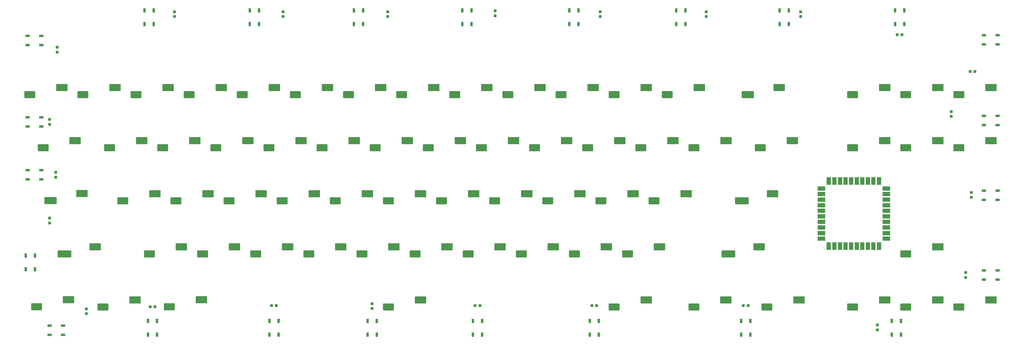
<source format=gbp>
G04 #@! TF.GenerationSoftware,KiCad,Pcbnew,9.0.0*
G04 #@! TF.CreationDate,2025-03-06T12:34:28+00:00*
G04 #@! TF.ProjectId,discipline-pcb,64697363-6970-46c6-996e-652d7063622e,rev?*
G04 #@! TF.SameCoordinates,Original*
G04 #@! TF.FileFunction,Paste,Bot*
G04 #@! TF.FilePolarity,Positive*
%FSLAX46Y46*%
G04 Gerber Fmt 4.6, Leading zero omitted, Abs format (unit mm)*
G04 Created by KiCad (PCBNEW 9.0.0) date 2025-03-06 12:34:28*
%MOMM*%
%LPD*%
G01*
G04 APERTURE LIST*
G04 Aperture macros list*
%AMRoundRect*
0 Rectangle with rounded corners*
0 $1 Rounding radius*
0 $2 $3 $4 $5 $6 $7 $8 $9 X,Y pos of 4 corners*
0 Add a 4 corners polygon primitive as box body*
4,1,4,$2,$3,$4,$5,$6,$7,$8,$9,$2,$3,0*
0 Add four circle primitives for the rounded corners*
1,1,$1+$1,$2,$3*
1,1,$1+$1,$4,$5*
1,1,$1+$1,$6,$7*
1,1,$1+$1,$8,$9*
0 Add four rect primitives between the rounded corners*
20,1,$1+$1,$2,$3,$4,$5,0*
20,1,$1+$1,$4,$5,$6,$7,0*
20,1,$1+$1,$6,$7,$8,$9,0*
20,1,$1+$1,$8,$9,$2,$3,0*%
G04 Aperture macros list end*
%ADD10RoundRect,0.200000X1.730000X1.050000X-1.730000X1.050000X-1.730000X-1.050000X1.730000X-1.050000X0*%
%ADD11RoundRect,0.200000X1.858500X1.050000X-1.858500X1.050000X-1.858500X-1.050000X1.858500X-1.050000X0*%
%ADD12RoundRect,0.200000X1.980000X1.050000X-1.980000X1.050000X-1.980000X-1.050000X1.980000X-1.050000X0*%
%ADD13RoundRect,0.200000X2.230000X1.050000X-2.230000X1.050000X-2.230000X-1.050000X2.230000X-1.050000X0*%
%ADD14RoundRect,0.237500X0.237500X-0.300000X0.237500X0.300000X-0.237500X0.300000X-0.237500X-0.300000X0*%
%ADD15RoundRect,0.090000X0.360000X-0.660000X0.360000X0.660000X-0.360000X0.660000X-0.360000X-0.660000X0*%
%ADD16RoundRect,0.237500X0.300000X0.237500X-0.300000X0.237500X-0.300000X-0.237500X0.300000X-0.237500X0*%
%ADD17RoundRect,0.090000X-0.360000X0.660000X-0.360000X-0.660000X0.360000X-0.660000X0.360000X0.660000X0*%
%ADD18RoundRect,0.237500X-0.237500X0.300000X-0.237500X-0.300000X0.237500X-0.300000X0.237500X0.300000X0*%
%ADD19RoundRect,0.090000X0.660000X0.360000X-0.660000X0.360000X-0.660000X-0.360000X0.660000X-0.360000X0*%
%ADD20RoundRect,0.090000X-0.660000X-0.360000X0.660000X-0.360000X0.660000X0.360000X-0.660000X0.360000X0*%
%ADD21R,2.800000X1.500000*%
%ADD22R,1.500000X2.800000*%
G04 APERTURE END LIST*
D10*
X56911250Y-92233750D03*
D11*
X68399750Y-89693750D03*
D10*
X75961250Y-92233750D03*
D11*
X87449750Y-89693750D03*
D10*
X95011250Y-92233750D03*
D11*
X106499750Y-89693750D03*
D10*
X114061250Y-92233750D03*
D11*
X125549750Y-89693750D03*
D10*
X133111250Y-92233750D03*
D11*
X144599750Y-89693750D03*
D10*
X152161250Y-92233750D03*
D11*
X163649750Y-89693750D03*
D10*
X171211250Y-92233750D03*
D11*
X182699750Y-89693750D03*
D10*
X190261250Y-92233750D03*
D11*
X201749750Y-89693750D03*
D10*
X209311250Y-92233750D03*
D11*
X220799750Y-89693750D03*
D10*
X228361250Y-92233750D03*
D11*
X239849750Y-89693750D03*
D10*
X247411250Y-92233750D03*
D11*
X258899750Y-89693750D03*
D10*
X266461250Y-92233750D03*
D11*
X277949750Y-89693750D03*
D10*
X285511250Y-92233750D03*
D11*
X296999750Y-89693750D03*
D10*
X85486250Y-111283750D03*
D11*
X96974750Y-108743750D03*
D10*
X104536250Y-111283750D03*
D11*
X116024750Y-108743750D03*
D10*
X123586250Y-111283750D03*
D11*
X135074750Y-108743750D03*
D10*
X142636250Y-111283750D03*
D11*
X154124750Y-108743750D03*
D10*
X161686250Y-111283750D03*
D11*
X173174750Y-108743750D03*
D10*
X180736250Y-111283750D03*
D11*
X192224750Y-108743750D03*
D10*
X199786250Y-111283750D03*
D11*
X211274750Y-108743750D03*
D10*
X218836250Y-111283750D03*
D11*
X230324750Y-108743750D03*
D10*
X237886250Y-111283750D03*
D11*
X249374750Y-108743750D03*
D10*
X256936250Y-111283750D03*
D11*
X268424750Y-108743750D03*
D10*
X275986250Y-111283750D03*
D11*
X287474750Y-108743750D03*
D10*
X295036250Y-111283750D03*
D11*
X306524750Y-108743750D03*
D10*
X90248750Y-130333750D03*
D11*
X101737250Y-127793750D03*
D10*
X109298750Y-130333750D03*
D11*
X120787250Y-127793750D03*
D10*
X128348750Y-130333750D03*
D11*
X139837250Y-127793750D03*
D10*
X147398250Y-130333750D03*
D11*
X158886750Y-127793750D03*
D10*
X166448250Y-130333750D03*
D11*
X177936750Y-127793750D03*
D10*
X185498250Y-130333750D03*
D11*
X196986750Y-127793750D03*
D10*
X204548250Y-130333750D03*
D11*
X216036750Y-127793750D03*
D10*
X223598250Y-130333750D03*
D11*
X235086750Y-127793750D03*
D10*
X242648250Y-130333750D03*
D11*
X254136750Y-127793750D03*
D10*
X261698250Y-130333750D03*
D11*
X273186750Y-127793750D03*
D10*
X280748250Y-130333750D03*
D11*
X292236750Y-127793750D03*
D10*
X99773750Y-149383750D03*
D11*
X111262250Y-146843750D03*
D10*
X118823750Y-149383750D03*
D11*
X130312250Y-146843750D03*
D10*
X137873750Y-149383750D03*
D11*
X149362250Y-146843750D03*
D10*
X156924250Y-149383750D03*
D11*
X168412750Y-146843750D03*
D10*
X175974250Y-149383750D03*
D11*
X187462750Y-146843750D03*
D10*
X195024250Y-149383750D03*
D11*
X206512750Y-146843750D03*
D10*
X214074250Y-149383750D03*
D11*
X225562750Y-146843750D03*
D10*
X233124250Y-149383750D03*
D11*
X244612750Y-146843750D03*
D10*
X252174250Y-149383750D03*
D11*
X263662750Y-146843750D03*
D10*
X271224250Y-149383750D03*
D11*
X282712750Y-146843750D03*
D10*
X185499000Y-168433750D03*
D11*
X196987500Y-165893750D03*
D12*
X314336250Y-92233750D03*
D11*
X325574750Y-89693750D03*
D10*
X318848250Y-111283750D03*
D11*
X330336750Y-108743750D03*
D12*
X64305050Y-130323620D03*
D11*
X75543550Y-127783620D03*
D13*
X312205250Y-130333750D03*
D11*
X323193750Y-127793750D03*
D13*
X69317450Y-149383750D03*
D11*
X80305950Y-146843750D03*
D13*
X307442750Y-149383750D03*
D11*
X318431250Y-146843750D03*
D10*
X59292450Y-168423620D03*
D11*
X70780950Y-165883620D03*
D10*
X83105050Y-168433750D03*
D11*
X94593550Y-165893750D03*
D10*
X106917450Y-168423620D03*
D11*
X118405950Y-165883620D03*
D10*
X266462686Y-168433750D03*
D11*
X277951186Y-165893750D03*
D10*
X295018878Y-168433750D03*
D11*
X306507378Y-165893750D03*
D10*
X61673750Y-111283750D03*
D11*
X73162250Y-108743750D03*
D14*
X299412500Y-64262500D03*
X299412500Y-62537500D03*
D15*
X176450000Y-66912500D03*
X173150000Y-66912500D03*
X173150000Y-62012500D03*
X176450000Y-62012500D03*
D16*
X395800000Y-84000000D03*
X394075000Y-84000000D03*
D10*
X351937628Y-92242750D03*
D11*
X363426128Y-89702750D03*
D17*
X178000000Y-173500000D03*
X181300000Y-173500000D03*
X181300000Y-178400000D03*
X178000000Y-178400000D03*
D10*
X390037628Y-111283750D03*
D11*
X401526128Y-108743750D03*
D14*
X147737500Y-64262500D03*
X147737500Y-62537500D03*
D10*
X351937628Y-111292750D03*
D11*
X363426128Y-108752750D03*
D18*
X392500000Y-156137500D03*
X392500000Y-157862500D03*
D10*
X390037628Y-168433750D03*
D11*
X401526128Y-165893750D03*
D14*
X66200000Y-121862500D03*
X66200000Y-120137500D03*
X77200000Y-170862500D03*
X77200000Y-169137500D03*
D19*
X61000000Y-100400000D03*
X61000000Y-103700000D03*
X56100000Y-103700000D03*
X56100000Y-100400000D03*
D14*
X64000000Y-138312500D03*
X64000000Y-136587500D03*
D19*
X61000000Y-119400000D03*
X61000000Y-122700000D03*
X56100000Y-122700000D03*
X56100000Y-119400000D03*
D14*
X179600000Y-169000000D03*
X179600000Y-167275000D03*
D10*
X370987628Y-111283750D03*
D11*
X382476128Y-108743750D03*
D15*
X215300000Y-66912500D03*
X212000000Y-66912500D03*
X212000000Y-62012500D03*
X215300000Y-62012500D03*
D16*
X369662500Y-70800000D03*
X367937500Y-70800000D03*
D15*
X253600000Y-66912500D03*
X250300000Y-66912500D03*
X250300000Y-62012500D03*
X253600000Y-62012500D03*
D16*
X101762500Y-168400000D03*
X100037500Y-168400000D03*
D14*
X387350000Y-100081250D03*
X387350000Y-98356250D03*
D20*
X399050000Y-158650000D03*
X399050000Y-155350000D03*
X403950000Y-155350000D03*
X403950000Y-158650000D03*
D15*
X291962500Y-66912500D03*
X288662500Y-66912500D03*
X288662500Y-62012500D03*
X291962500Y-62012500D03*
D14*
X223750000Y-63962500D03*
X223750000Y-62237500D03*
X64000000Y-102912500D03*
X64000000Y-101187500D03*
D17*
X257662500Y-173500000D03*
X260962500Y-173500000D03*
X260962500Y-178400000D03*
X257662500Y-178400000D03*
D10*
X351937628Y-168433750D03*
D11*
X363426128Y-165893750D03*
D19*
X68850000Y-175150000D03*
X68850000Y-178450000D03*
X63950000Y-178450000D03*
X63950000Y-175150000D03*
D15*
X370450000Y-66912500D03*
X367150000Y-66912500D03*
X367150000Y-62012500D03*
X370450000Y-62012500D03*
X139087500Y-66912500D03*
X135787500Y-66912500D03*
X135787500Y-62012500D03*
X139087500Y-62012500D03*
D16*
X314500000Y-168000000D03*
X312775000Y-168000000D03*
D14*
X333350000Y-64262500D03*
X333350000Y-62537500D03*
D19*
X61000000Y-71150000D03*
X61000000Y-74450000D03*
X56100000Y-74450000D03*
X56100000Y-71150000D03*
D17*
X99250000Y-173500000D03*
X102550000Y-173500000D03*
X102550000Y-178400000D03*
X99250000Y-178400000D03*
D20*
X399050000Y-130000000D03*
X399050000Y-126700000D03*
X403950000Y-126700000D03*
X403950000Y-130000000D03*
D14*
X261400000Y-64262500D03*
X261400000Y-62537500D03*
D18*
X360800000Y-174937500D03*
X360800000Y-176662500D03*
D14*
X185200000Y-64262500D03*
X185200000Y-62537500D03*
D10*
X390037628Y-92233750D03*
D11*
X401526128Y-89693750D03*
D14*
X108800000Y-64262500D03*
X108800000Y-62537500D03*
D16*
X145300000Y-168000000D03*
X143575000Y-168000000D03*
D20*
X399050000Y-103200000D03*
X399050000Y-99900000D03*
X403950000Y-99900000D03*
X403950000Y-103200000D03*
D14*
X66675000Y-76993750D03*
X66675000Y-75268750D03*
D17*
X215800000Y-173500000D03*
X219100000Y-173500000D03*
X219100000Y-178400000D03*
X215800000Y-178400000D03*
D10*
X370987628Y-149383750D03*
D11*
X382476128Y-146843750D03*
D16*
X260175000Y-168000000D03*
X258450000Y-168000000D03*
D17*
X142787500Y-173500000D03*
X146087500Y-173500000D03*
X146087500Y-178400000D03*
X142787500Y-178400000D03*
X366000000Y-173500000D03*
X369300000Y-173500000D03*
X369300000Y-178400000D03*
X366000000Y-178400000D03*
D16*
X218312500Y-168000000D03*
X216587500Y-168000000D03*
D15*
X58700000Y-154900000D03*
X55400000Y-154900000D03*
X55400000Y-150000000D03*
X58700000Y-150000000D03*
D10*
X321212628Y-168433750D03*
D11*
X332701128Y-165893750D03*
D17*
X311987500Y-173500000D03*
X315287500Y-173500000D03*
X315287500Y-178400000D03*
X311987500Y-178400000D03*
D20*
X399050000Y-74250000D03*
X399050000Y-70950000D03*
X403950000Y-70950000D03*
X403950000Y-74250000D03*
D15*
X101350000Y-66912500D03*
X98050000Y-66912500D03*
X98050000Y-62012500D03*
X101350000Y-62012500D03*
X329100000Y-66912500D03*
X325800000Y-66912500D03*
X325800000Y-62012500D03*
X329100000Y-62012500D03*
D10*
X370987628Y-168433750D03*
D11*
X382476128Y-165893750D03*
D10*
X370987628Y-92233750D03*
D11*
X382476128Y-89693750D03*
D18*
X394500000Y-127400000D03*
X394500000Y-129125000D03*
D21*
X364075000Y-125937500D03*
X364075000Y-127937500D03*
X364075000Y-129937500D03*
X364075000Y-131937500D03*
X364075000Y-133937500D03*
X364075000Y-135937500D03*
X364075000Y-137937500D03*
X364075000Y-139937500D03*
X364075000Y-141937500D03*
X364075000Y-143937500D03*
D22*
X361425000Y-146587500D03*
X359425000Y-146587500D03*
X357425000Y-146587500D03*
X355425000Y-146587500D03*
X353425000Y-146587500D03*
X351425000Y-146587500D03*
X349425000Y-146587500D03*
X347425000Y-146587500D03*
X345425000Y-146587500D03*
X343425000Y-146587500D03*
D21*
X340775000Y-143937500D03*
X340775000Y-141937500D03*
X340775000Y-139937500D03*
X340775000Y-137937500D03*
X340775000Y-135937500D03*
X340775000Y-133937500D03*
X340775000Y-131937500D03*
X340775000Y-129937500D03*
X340775000Y-127937500D03*
X340775000Y-125937500D03*
D22*
X343425000Y-123287500D03*
X345425000Y-123287500D03*
X347425000Y-123287500D03*
X349425000Y-123287500D03*
X351425000Y-123287500D03*
X353425000Y-123287500D03*
X355425000Y-123287500D03*
X357425000Y-123287500D03*
X359425000Y-123287500D03*
X361425000Y-123287500D03*
M02*

</source>
